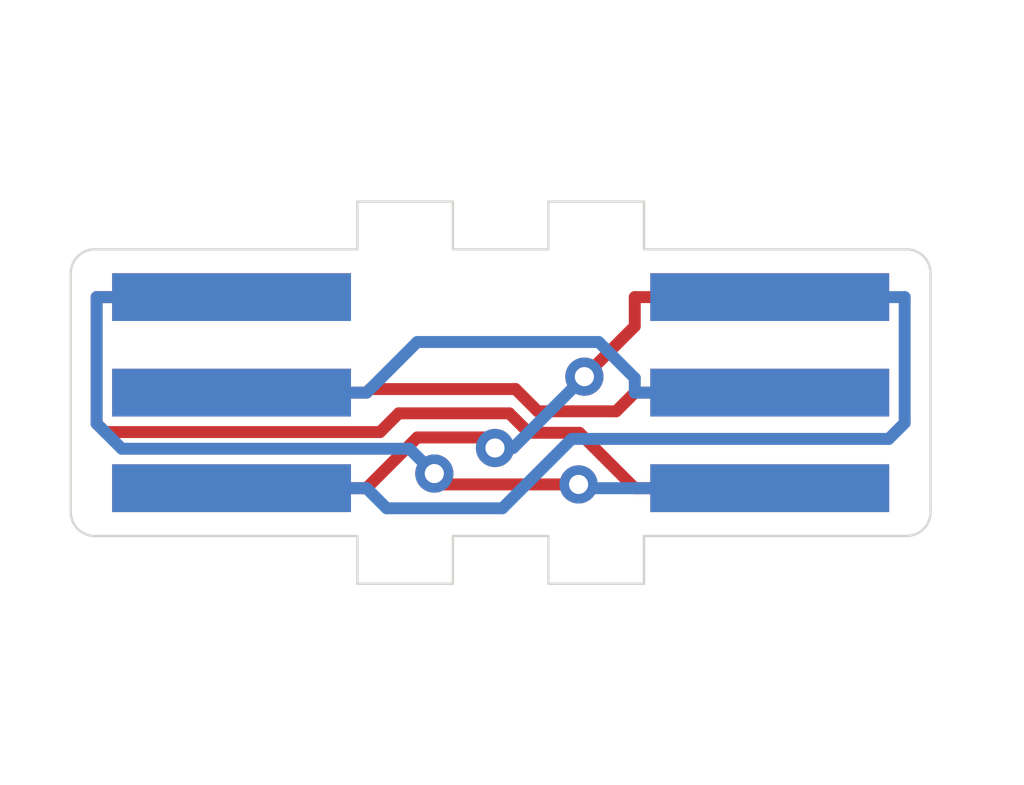
<source format=kicad_pcb>
(kicad_pcb (version 20171130) (host pcbnew "(5.1.2)-2")

  (general
    (thickness 1.6)
    (drawings 24)
    (tracks 53)
    (zones 0)
    (modules 2)
    (nets 7)
  )

  (page A4)
  (layers
    (0 F.Cu signal)
    (31 B.Cu signal)
    (32 B.Adhes user)
    (33 F.Adhes user)
    (34 B.Paste user)
    (35 F.Paste user)
    (36 B.SilkS user)
    (37 F.SilkS user)
    (38 B.Mask user)
    (39 F.Mask user)
    (40 Dwgs.User user)
    (41 Cmts.User user)
    (42 Eco1.User user)
    (43 Eco2.User user)
    (44 Edge.Cuts user)
    (45 Margin user)
    (46 B.CrtYd user)
    (47 F.CrtYd user)
    (48 B.Fab user)
    (49 F.Fab user)
  )

  (setup
    (last_trace_width 0.25)
    (trace_clearance 0.2)
    (zone_clearance 0.508)
    (zone_45_only no)
    (trace_min 0.2)
    (via_size 0.8)
    (via_drill 0.4)
    (via_min_size 0.4)
    (via_min_drill 0.3)
    (uvia_size 0.3)
    (uvia_drill 0.1)
    (uvias_allowed no)
    (uvia_min_size 0.2)
    (uvia_min_drill 0.1)
    (edge_width 0.05)
    (segment_width 0.2)
    (pcb_text_width 0.3)
    (pcb_text_size 1.5 1.5)
    (mod_edge_width 0.12)
    (mod_text_size 1 1)
    (mod_text_width 0.15)
    (pad_size 1.524 1.524)
    (pad_drill 0.762)
    (pad_to_mask_clearance 0.051)
    (solder_mask_min_width 0.25)
    (aux_axis_origin 0 0)
    (visible_elements FFFFFF7F)
    (pcbplotparams
      (layerselection 0x010fc_ffffffff)
      (usegerberextensions false)
      (usegerberattributes false)
      (usegerberadvancedattributes false)
      (creategerberjobfile false)
      (excludeedgelayer true)
      (linewidth 0.100000)
      (plotframeref false)
      (viasonmask false)
      (mode 1)
      (useauxorigin false)
      (hpglpennumber 1)
      (hpglpenspeed 20)
      (hpglpendiameter 15.000000)
      (psnegative false)
      (psa4output false)
      (plotreference true)
      (plotvalue true)
      (plotinvisibletext false)
      (padsonsilk false)
      (subtractmaskfromsilk false)
      (outputformat 1)
      (mirror false)
      (drillshape 1)
      (scaleselection 1)
      (outputdirectory ""))
  )

  (net 0 "")
  (net 1 "Net-(J1-Pad4)")
  (net 2 "Net-(J1-Pad6)")
  (net 3 "Net-(J1-Pad2)")
  (net 4 "Net-(J1-Pad5)")
  (net 5 "Net-(J1-Pad3)")
  (net 6 "Net-(J1-Pad1)")

  (net_class Default "This is the default net class."
    (clearance 0.2)
    (trace_width 0.25)
    (via_dia 0.8)
    (via_drill 0.4)
    (uvia_dia 0.3)
    (uvia_drill 0.1)
    (add_net "Net-(J1-Pad1)")
    (add_net "Net-(J1-Pad2)")
    (add_net "Net-(J1-Pad3)")
    (add_net "Net-(J1-Pad4)")
    (add_net "Net-(J1-Pad5)")
    (add_net "Net-(J1-Pad6)")
  )

  (module Custom:gb-link-socket-nolabel (layer F.Cu) (tedit 5DE590F2) (tstamp 5DE6521E)
    (at 56.4489 136.017 270)
    (path /5DE615E3)
    (fp_text reference J1 (at 0 -3.25374 90) (layer F.SilkS) hide
      (effects (font (size 1 1) (thickness 0.15)))
    )
    (fp_text value Conn_01x06_Female (at 0.5 4 90) (layer F.Fab)
      (effects (font (size 1 1) (thickness 0.15)))
    )
    (pad 4 connect rect (at 0 0 270) (size 1 5) (layers F.Cu F.Mask)
      (net 1 "Net-(J1-Pad4)"))
    (pad 6 connect rect (at 2 0 270) (size 1 5) (layers F.Cu F.Mask)
      (net 2 "Net-(J1-Pad6)"))
    (pad 2 connect rect (at -2 0 270) (size 1 5) (layers F.Cu F.Mask)
      (net 3 "Net-(J1-Pad2)"))
    (pad 5 connect rect (at 2 0 270) (size 1 5) (layers B.Cu B.Mask)
      (net 4 "Net-(J1-Pad5)"))
    (pad 3 connect rect (at 0 0 270) (size 1 5) (layers B.Cu B.Mask)
      (net 5 "Net-(J1-Pad3)"))
    (pad 1 connect rect (at -2 0 270) (size 1 5) (layers B.Cu B.Mask)
      (net 6 "Net-(J1-Pad1)"))
  )

  (module Custom:gb-link-socket-nolabel (layer F.Cu) (tedit 5DE590F2) (tstamp 5DE65228)
    (at 67.7151 136.017 90)
    (path /5DE5FA8A)
    (fp_text reference J2 (at 0 -3.25374 90) (layer F.SilkS) hide
      (effects (font (size 1 1) (thickness 0.15)))
    )
    (fp_text value Conn_01x06_Female (at 0.5 4.5 90) (layer F.Fab)
      (effects (font (size 1 1) (thickness 0.15)))
    )
    (pad 1 connect rect (at -2 0 90) (size 1 5) (layers B.Cu B.Mask)
      (net 6 "Net-(J1-Pad1)"))
    (pad 3 connect rect (at 0 0 90) (size 1 5) (layers B.Cu B.Mask)
      (net 5 "Net-(J1-Pad3)"))
    (pad 5 connect rect (at 2 0 90) (size 1 5) (layers B.Cu B.Mask)
      (net 4 "Net-(J1-Pad5)"))
    (pad 2 connect rect (at -2 0 90) (size 1 5) (layers F.Cu F.Mask)
      (net 3 "Net-(J1-Pad2)"))
    (pad 6 connect rect (at 2 0 90) (size 1 5) (layers F.Cu F.Mask)
      (net 2 "Net-(J1-Pad6)"))
    (pad 4 connect rect (at 0 0 90) (size 1 5) (layers F.Cu F.Mask)
      (net 1 "Net-(J1-Pad4)"))
  )

  (gr_line (start 61.082043 133.01682) (end 63.082043 133.01682) (layer Edge.Cuts) (width 0.05) (tstamp 5DE65708))
  (gr_line (start 63.082043 132.01682) (end 63.082043 133.01682) (layer Edge.Cuts) (width 0.05) (tstamp 5DE656F9))
  (gr_line (start 61.082043 139.01682) (end 63.082043 139.01682) (layer Edge.Cuts) (width 0.05) (tstamp 5DE656F7))
  (gr_line (start 63.082043 140.01682) (end 65.082043 140.01682) (layer Edge.Cuts) (width 0.05) (tstamp 5DE656F6))
  (gr_line (start 61.082043 139.01682) (end 61.082043 140.01682) (layer Edge.Cuts) (width 0.05) (tstamp 5DE656E8))
  (gr_line (start 63.082043 140.01682) (end 63.082043 139.01682) (layer Edge.Cuts) (width 0.05) (tstamp 5DE656E2))
  (gr_line (start 61.082043 132.01682) (end 61.082043 133.01682) (layer Edge.Cuts) (width 0.05))
  (gr_line (start 61.082043 132.01682) (end 59.082043 132.01682) (layer Edge.Cuts) (width 0.05) (tstamp 5DE656CB))
  (gr_line (start 61.082043 140.01682) (end 59.082043 140.01682) (layer Edge.Cuts) (width 0.05) (tstamp 5DE656C1))
  (gr_line (start 65.082043 132.01682) (end 63.082043 132.01682) (layer Edge.Cuts) (width 0.05) (tstamp 5DE65554))
  (gr_line (start 65.082043 132.01682) (end 65.082043 133.01682) (layer Edge.Cuts) (width 0.05) (tstamp 5DE65552))
  (gr_line (start 65.082043 139.01682) (end 65.082043 140.01682) (layer Edge.Cuts) (width 0.05) (tstamp 5DE65534))
  (gr_line (start 59.082043 139.01682) (end 59.082043 140.01682) (layer Edge.Cuts) (width 0.05) (tstamp 5DE65532))
  (gr_line (start 59.082043 132.01682) (end 59.082043 133.01682) (layer Edge.Cuts) (width 0.05))
  (gr_line (start 70.582043 133.01682) (end 65.082043 133.01682) (angle 90) (layer Edge.Cuts) (width 0.05) (tstamp 5DE65279))
  (gr_arc (start 70.582043 138.51682) (end 71.082043 138.51682) (angle 90) (layer Edge.Cuts) (width 0.05) (tstamp 5DE65278))
  (gr_arc (start 70.582043 133.51682) (end 70.582043 133.01682) (angle 90) (layer Edge.Cuts) (width 0.05) (tstamp 5DE65277))
  (gr_line (start 71.082043 133.51682) (end 71.082043 138.51682) (angle 90) (layer Edge.Cuts) (width 0.05) (tstamp 5DE65276))
  (gr_line (start 70.582043 139.01682) (end 65.082043 139.01682) (angle 90) (layer Edge.Cuts) (width 0.05) (tstamp 5DE65275))
  (gr_line (start 53.582043 133.01682) (end 59.082043 133.01682) (angle 90) (layer Edge.Cuts) (width 0.05) (tstamp 5DE5F8C1))
  (gr_line (start 53.582043 139.01682) (end 59.082043 139.01682) (angle 90) (layer Edge.Cuts) (width 0.05) (tstamp 5DE5F8C0))
  (gr_arc (start 53.582043 138.51682) (end 53.582043 139.01682) (angle 90) (layer Edge.Cuts) (width 0.05) (tstamp 5DE5F8BF))
  (gr_line (start 53.082043 138.51682) (end 53.082043 133.51682) (angle 90) (layer Edge.Cuts) (width 0.05) (tstamp 5DE5F8BE))
  (gr_arc (start 53.582043 133.51682) (end 53.082043 133.51682) (angle 90) (layer Edge.Cuts) (width 0.05) (tstamp 5DE5F8BD))

  (segment (start 64.8898 136.017) (end 64.4995 136.4073) (width 0.25) (layer F.Cu) (net 1))
  (segment (start 64.4995 136.4073) (end 62.858 136.4073) (width 0.25) (layer F.Cu) (net 1))
  (segment (start 62.858 136.4073) (end 62.3925 135.9418) (width 0.25) (layer F.Cu) (net 1))
  (segment (start 62.3925 135.9418) (end 59.3494 135.9418) (width 0.25) (layer F.Cu) (net 1))
  (segment (start 59.3494 135.9418) (end 59.2742 136.017) (width 0.25) (layer F.Cu) (net 1))
  (segment (start 56.4489 136.017) (end 59.2742 136.017) (width 0.25) (layer F.Cu) (net 1))
  (segment (start 67.7151 136.017) (end 64.8898 136.017) (width 0.25) (layer F.Cu) (net 1))
  (segment (start 67.7151 134.017) (end 64.8898 134.017) (width 0.25) (layer F.Cu) (net 2))
  (segment (start 56.4489 138.017) (end 59.2742 138.017) (width 0.25) (layer F.Cu) (net 2))
  (segment (start 61.9635 137.1755) (end 61.7429 136.9549) (width 0.25) (layer F.Cu) (net 2))
  (segment (start 61.7429 136.9549) (end 60.3363 136.9549) (width 0.25) (layer F.Cu) (net 2))
  (segment (start 60.3363 136.9549) (end 59.2742 138.017) (width 0.25) (layer F.Cu) (net 2))
  (segment (start 63.8345 135.682) (end 62.341 137.1755) (width 0.25) (layer B.Cu) (net 2))
  (segment (start 62.341 137.1755) (end 61.9635 137.1755) (width 0.25) (layer B.Cu) (net 2))
  (segment (start 64.8898 134.017) (end 64.8898 134.6267) (width 0.25) (layer F.Cu) (net 2))
  (segment (start 64.8898 134.6267) (end 63.8345 135.682) (width 0.25) (layer F.Cu) (net 2))
  (via (at 61.9635 137.1755) (size 0.8) (layers F.Cu B.Cu) (net 2))
  (via (at 63.8345 135.682) (size 0.8) (layers F.Cu B.Cu) (net 2))
  (segment (start 64.8898 138.017) (end 63.7304 136.8576) (width 0.25) (layer F.Cu) (net 3))
  (segment (start 63.7304 136.8576) (end 62.6714 136.8576) (width 0.25) (layer F.Cu) (net 3))
  (segment (start 62.6714 136.8576) (end 62.264 136.4502) (width 0.25) (layer F.Cu) (net 3))
  (segment (start 62.264 136.4502) (end 59.9482 136.4502) (width 0.25) (layer F.Cu) (net 3))
  (segment (start 59.9482 136.4502) (end 59.556 136.8424) (width 0.25) (layer F.Cu) (net 3))
  (segment (start 59.556 136.8424) (end 53.8017 136.8424) (width 0.25) (layer F.Cu) (net 3))
  (segment (start 53.8017 136.8424) (end 53.6236 136.6643) (width 0.25) (layer F.Cu) (net 3))
  (segment (start 53.6236 136.6643) (end 53.6236 134.017) (width 0.25) (layer F.Cu) (net 3))
  (segment (start 56.4489 134.017) (end 53.6236 134.017) (width 0.25) (layer F.Cu) (net 3))
  (segment (start 67.7151 138.017) (end 64.8898 138.017) (width 0.25) (layer F.Cu) (net 3))
  (segment (start 59.2742 138.017) (end 59.6945 138.4373) (width 0.25) (layer B.Cu) (net 4))
  (segment (start 59.6945 138.4373) (end 62.1184 138.4373) (width 0.25) (layer B.Cu) (net 4))
  (segment (start 62.1184 138.4373) (end 63.5701 136.9856) (width 0.25) (layer B.Cu) (net 4))
  (segment (start 63.5701 136.9856) (end 70.2066 136.9856) (width 0.25) (layer B.Cu) (net 4))
  (segment (start 70.2066 136.9856) (end 70.5404 136.6518) (width 0.25) (layer B.Cu) (net 4))
  (segment (start 70.5404 136.6518) (end 70.5404 134.017) (width 0.25) (layer B.Cu) (net 4))
  (segment (start 56.4489 138.017) (end 59.2742 138.017) (width 0.25) (layer B.Cu) (net 4))
  (segment (start 67.7151 134.017) (end 70.5404 134.017) (width 0.25) (layer B.Cu) (net 4))
  (segment (start 64.8898 136.017) (end 64.8898 135.7115) (width 0.25) (layer B.Cu) (net 5))
  (segment (start 64.8898 135.7115) (end 64.135 134.9567) (width 0.25) (layer B.Cu) (net 5))
  (segment (start 64.135 134.9567) (end 60.3345 134.9567) (width 0.25) (layer B.Cu) (net 5))
  (segment (start 60.3345 134.9567) (end 59.2742 136.017) (width 0.25) (layer B.Cu) (net 5))
  (segment (start 56.4489 136.017) (end 59.2742 136.017) (width 0.25) (layer B.Cu) (net 5))
  (segment (start 67.7151 136.017) (end 64.8898 136.017) (width 0.25) (layer B.Cu) (net 5))
  (segment (start 60.6932 137.7108) (end 60.9206 137.9382) (width 0.25) (layer F.Cu) (net 6))
  (segment (start 60.9206 137.9382) (end 63.7135 137.9382) (width 0.25) (layer F.Cu) (net 6))
  (segment (start 67.7151 138.017) (end 63.7923 138.017) (width 0.25) (layer B.Cu) (net 6))
  (segment (start 63.7923 138.017) (end 63.7135 137.9382) (width 0.25) (layer B.Cu) (net 6))
  (segment (start 56.4489 134.017) (end 53.6236 134.017) (width 0.25) (layer B.Cu) (net 6))
  (segment (start 53.6236 134.017) (end 53.6236 136.6649) (width 0.25) (layer B.Cu) (net 6))
  (segment (start 53.6236 136.6649) (end 54.1503 137.1916) (width 0.25) (layer B.Cu) (net 6))
  (segment (start 54.1503 137.1916) (end 60.174 137.1916) (width 0.25) (layer B.Cu) (net 6))
  (segment (start 60.174 137.1916) (end 60.6932 137.7108) (width 0.25) (layer B.Cu) (net 6))
  (via (at 60.6932 137.7108) (size 0.8) (layers F.Cu B.Cu) (net 6))
  (via (at 63.7135 137.9382) (size 0.8) (layers F.Cu B.Cu) (net 6))

)

</source>
